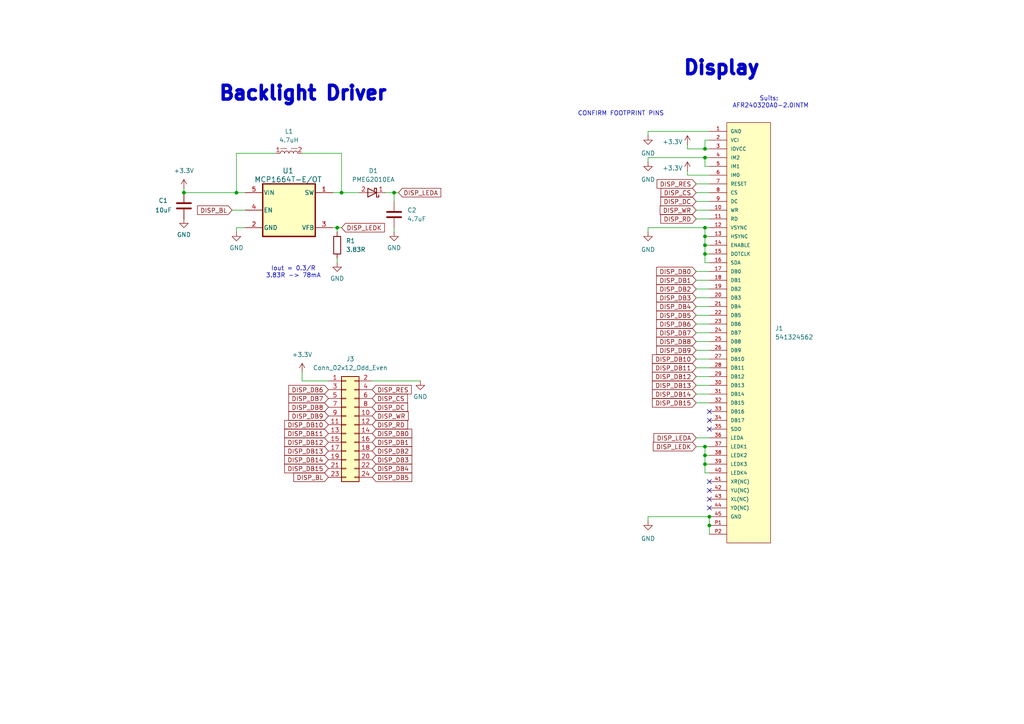
<source format=kicad_sch>
(kicad_sch (version 20231120) (generator "eeschema") (generator_version "8.0")
  (paper "A4")
  (lib_symbols
    (symbol "2025-04-08_10-28-15:MCP1664T-E_OT" (pin_names (offset 0.254))
      (property "Reference" "U" (at 20.32 10.16 0))
      (property "Value" "MCP1664T-E/OT" (at 20.32 7.62 0))
      (symbol "MCP1664T-E_OT_0_0"
        (rectangle (start 7.62 5.08) (end 22.86 -10.16) (stroke (width 0.41)) (fill (type background)))
      )
      (symbol "MCP1664T-E_OT_0_1"
        (pin power_out line (at 2.54 -7.62 0) (length 5.08) (name "GND") (number "2"))
        (pin unspecified line (at 27.94 -7.62 180) (length 5.08) (name "VFB") (number "3"))
        (pin input line (at 2.54 -2.54 0) (length 5.08) (name "EN") (number "4"))
        (pin power_in line (at 2.54 2.54 0) (length 5.08) (name "VIN") (number "5"))
      )
      (symbol "MCP1664T-E_OT_1_1"
        (pin passive line (at 27.94 2.54 180) (length 5.08) (name "SW") (number "1"))
      )
    )
    (symbol "541324562:541324562" (pin_names (offset 1.016))
      (property "Reference" "J" (at 4.1656 5.3086 0))
      (property "Value" "541324562" (at 4.8006 -59.4614 0))
      (symbol "541324562_0_0"
        (rectangle (start 5.08 2.54) (end 17.78 -119.38) (stroke (width 0.1524)) (fill (type background)))
        (pin passive line (at 0 0 0) (length 5.08) (name "GND") (number "1"))
        (pin passive line (at 0 -22.86 0) (length 5.08) (name "WR") (number "10"))
        (pin passive line (at 0 -25.4 0) (length 5.08) (name "RD") (number "11"))
        (pin passive line (at 0 -27.94 0) (length 5.08) (name "VSYNC") (number "12"))
        (pin passive line (at 0 -30.48 0) (length 5.08) (name "HSYNC") (number "13"))
        (pin passive line (at 0 -33.02 0) (length 5.08) (name "ENABLE") (number "14"))
        (pin passive line (at 0 -35.56 0) (length 5.08) (name "DOTCLK") (number "15"))
        (pin passive line (at 0 -38.1 0) (length 5.08) (name "SDA") (number "16"))
        (pin passive line (at 0 -40.64 0) (length 5.08) (name "DB0") (number "17"))
        (pin passive line (at 0 -43.18 0) (length 5.08) (name "DB1") (number "18"))
        (pin passive line (at 0 -45.72 0) (length 5.08) (name "DB2") (number "19"))
        (pin passive line (at 0 -2.54 0) (length 5.08) (name "VCI") (number "2"))
        (pin passive line (at 0 -48.26 0) (length 5.08) (name "DB3") (number "20"))
        (pin passive line (at 0 -50.8 0) (length 5.08) (name "DB4") (number "21"))
        (pin passive line (at 0 -53.34 0) (length 5.08) (name "DB5") (number "22"))
        (pin passive line (at 0 -55.88 0) (length 5.08) (name "DB6") (number "23"))
        (pin passive line (at 0 -58.42 0) (length 5.08) (name "DB7") (number "24"))
        (pin passive line (at 0 -60.96 0) (length 5.08) (name "DB8") (number "25"))
        (pin passive line (at 0 -63.5 0) (length 5.08) (name "DB9") (number "26"))
        (pin passive line (at 0 -66.04 0) (length 5.08) (name "DB10") (number "27"))
        (pin passive line (at 0 -68.58 0) (length 5.08) (name "DB11") (number "28"))
        (pin passive line (at 0 -71.12 0) (length 5.08) (name "DB12") (number "29"))
        (pin passive line (at 0 -5.08 0) (length 5.08) (name "IOVCC") (number "3"))
        (pin passive line (at 0 -73.66 0) (length 5.08) (name "DB13") (number "30"))
        (pin passive line (at 0 -76.2 0) (length 5.08) (name "DB14") (number "31"))
        (pin passive line (at 0 -78.74 0) (length 5.08) (name "DB15") (number "32"))
        (pin passive line (at 0 -81.28 0) (length 5.08) (name "DB16") (number "33"))
        (pin passive line (at 0 -83.82 0) (length 5.08) (name "DB17") (number "34"))
        (pin passive line (at 0 -86.36 0) (length 5.08) (name "SDO") (number "35"))
        (pin passive line (at 0 -88.9 0) (length 5.08) (name "LEDA") (number "36"))
        (pin passive line (at 0 -91.44 0) (length 5.08) (name "LEDK1") (number "37"))
        (pin passive line (at 0 -93.98 0) (length 5.08) (name "LEDK2") (number "38"))
        (pin passive line (at 0 -96.52 0) (length 5.08) (name "LEDK3") (number "39"))
        (pin passive line (at 0 -7.62 0) (length 5.08) (name "IM2") (number "4"))
        (pin passive line (at 0 -99.06 0) (length 5.08) (name "LEDK4") (number "40"))
        (pin passive line (at 0 -101.6 0) (length 5.08) (name "XR(NC)") (number "41"))
        (pin passive line (at 0 -104.14 0) (length 5.08) (name "YU(NC)") (number "42"))
        (pin passive line (at 0 -106.68 0) (length 5.08) (name "XL(NC)") (number "43"))
        (pin passive line (at 0 -109.22 0) (length 5.08) (name "YD(NC)") (number "44"))
        (pin passive line (at 0 -111.76 0) (length 5.08) (name "GND") (number "45"))
        (pin passive line (at 0 -10.16 0) (length 5.08) (name "IM1") (number "5"))
        (pin passive line (at 0 -12.7 0) (length 5.08) (name "IM0") (number "6"))
        (pin passive line (at 0 -15.24 0) (length 5.08) (name "RESET") (number "7"))
        (pin passive line (at 0 -17.78 0) (length 5.08) (name "CS") (number "8"))
        (pin passive line (at 0 -20.32 0) (length 5.08) (name "DC") (number "9"))
        (pin passive line (at 0 -114.3 0) (length 5.08) (name "~") (number "P1"))
        (pin passive line (at 0 -116.84 0) (length 5.08) (name "~") (number "P2"))
      )
    )
    (symbol "Capacitors:Capacitor_10uF" (pin_numbers hide) (pin_names hide)
      (property "Reference" "C" (at 4.064 0 0))
      (property "Value" "10uF" (at 0 0 0))
      (symbol "Capacitor_10uF_0_1"
        (polyline (pts (xy -2.032 -0.762) (xy 2.032 -0.762)) (stroke (width 0.508)))
        (polyline (pts (xy -2.032 0.762) (xy 2.032 0.762)) (stroke (width 0.508)))
      )
      (symbol "Capacitor_10uF_1_1"
        (pin passive line (at 0 3.81 270) (length 2.794) (name "~") (number "1"))
        (pin passive line (at 0 -3.81 90) (length 2.794) (name "~") (number "2"))
      )
    )
    (symbol "Capacitors:Capacitor_4.7uF" (pin_numbers hide) (pin_names hide)
      (property "Reference" "C" (at 4.064 0 0))
      (property "Value" "4.7uF" (at 0 0 0))
      (symbol "Capacitor_4.7uF_0_1"
        (polyline (pts (xy -2.032 -0.762) (xy 2.032 -0.762)) (stroke (width 0.508)))
        (polyline (pts (xy -2.032 0.762) (xy 2.032 0.762)) (stroke (width 0.508)))
      )
      (symbol "Capacitor_4.7uF_1_1"
        (pin passive line (at 0 3.81 270) (length 2.794) (name "~") (number "1"))
        (pin passive line (at 0 -3.81 90) (length 2.794) (name "~") (number "2"))
      )
    )
    (symbol "Connector_Generic:Conn_02x12_Odd_Even" (pin_names (offset 1.016) hide)
      (property "Reference" "J" (at 1.27 15.24 0))
      (property "Value" "Conn_02x12_Odd_Even" (at 1.27 -17.78 0))
      (symbol "Conn_02x12_Odd_Even_1_1"
        (rectangle (start -1.27 -15.113) (end 0 -15.367) (stroke (width 0.1524)))
        (rectangle (start -1.27 -12.573) (end 0 -12.827) (stroke (width 0.1524)))
        (rectangle (start -1.27 -10.033) (end 0 -10.287) (stroke (width 0.1524)))
        (rectangle (start -1.27 -7.493) (end 0 -7.747) (stroke (width 0.1524)))
        (rectangle (start -1.27 -4.953) (end 0 -5.207) (stroke (width 0.1524)))
        (rectangle (start -1.27 -2.413) (end 0 -2.667) (stroke (width 0.1524)))
        (rectangle (start -1.27 0.127) (end 0 -0.127) (stroke (width 0.1524)))
        (rectangle (start -1.27 2.667) (end 0 2.413) (stroke (width 0.1524)))
        (rectangle (start -1.27 5.207) (end 0 4.953) (stroke (width 0.1524)))
        (rectangle (start -1.27 7.747) (end 0 7.493) (stroke (width 0.1524)))
        (rectangle (start -1.27 10.287) (end 0 10.033) (stroke (width 0.1524)))
        (rectangle (start -1.27 12.827) (end 0 12.573) (stroke (width 0.1524)))
        (rectangle (start -1.27 13.97) (end 3.81 -16.51) (stroke (width 0.254)) (fill (type background)))
        (rectangle (start 3.81 -15.113) (end 2.54 -15.367) (stroke (width 0.1524)))
        (rectangle (start 3.81 -12.573) (end 2.54 -12.827) (stroke (width 0.1524)))
        (rectangle (start 3.81 -10.033) (end 2.54 -10.287) (stroke (width 0.1524)))
        (rectangle (start 3.81 -7.493) (end 2.54 -7.747) (stroke (width 0.1524)))
        (rectangle (start 3.81 -4.953) (end 2.54 -5.207) (stroke (width 0.1524)))
        (rectangle (start 3.81 -2.413) (end 2.54 -2.667) (stroke (width 0.1524)))
        (rectangle (start 3.81 0.127) (end 2.54 -0.127) (stroke (width 0.1524)))
        (rectangle (start 3.81 2.667) (end 2.54 2.413) (stroke (width 0.1524)))
        (rectangle (start 3.81 5.207) (end 2.54 4.953) (stroke (width 0.1524)))
        (rectangle (start 3.81 7.747) (end 2.54 7.493) (stroke (width 0.1524)))
        (rectangle (start 3.81 10.287) (end 2.54 10.033) (stroke (width 0.1524)))
        (rectangle (start 3.81 12.827) (end 2.54 12.573) (stroke (width 0.1524)))
        (pin passive line (at -5.08 12.7 0) (length 3.81) (name "Pin_1") (number "1"))
        (pin passive line (at 7.62 2.54 180) (length 3.81) (name "Pin_10") (number "10"))
        (pin passive line (at -5.08 0 0) (length 3.81) (name "Pin_11") (number "11"))
        (pin passive line (at 7.62 0 180) (length 3.81) (name "Pin_12") (number "12"))
        (pin passive line (at -5.08 -2.54 0) (length 3.81) (name "Pin_13") (number "13"))
        (pin passive line (at 7.62 -2.54 180) (length 3.81) (name "Pin_14") (number "14"))
        (pin passive line (at -5.08 -5.08 0) (length 3.81) (name "Pin_15") (number "15"))
        (pin passive line (at 7.62 -5.08 180) (length 3.81) (name "Pin_16") (number "16"))
        (pin passive line (at -5.08 -7.62 0) (length 3.81) (name "Pin_17") (number "17"))
        (pin passive line (at 7.62 -7.62 180) (length 3.81) (name "Pin_18") (number "18"))
        (pin passive line (at -5.08 -10.16 0) (length 3.81) (name "Pin_19") (number "19"))
        (pin passive line (at 7.62 12.7 180) (length 3.81) (name "Pin_2") (number "2"))
        (pin passive line (at 7.62 -10.16 180) (length 3.81) (name "Pin_20") (number "20"))
        (pin passive line (at -5.08 -12.7 0) (length 3.81) (name "Pin_21") (number "21"))
        (pin passive line (at 7.62 -12.7 180) (length 3.81) (name "Pin_22") (number "22"))
        (pin passive line (at -5.08 -15.24 0) (length 3.81) (name "Pin_23") (number "23"))
        (pin passive line (at 7.62 -15.24 180) (length 3.81) (name "Pin_24") (number "24"))
        (pin passive line (at -5.08 10.16 0) (length 3.81) (name "Pin_3") (number "3"))
        (pin passive line (at 7.62 10.16 180) (length 3.81) (name "Pin_4") (number "4"))
        (pin passive line (at -5.08 7.62 0) (length 3.81) (name "Pin_5") (number "5"))
        (pin passive line (at 7.62 7.62 180) (length 3.81) (name "Pin_6") (number "6"))
        (pin passive line (at -5.08 5.08 0) (length 3.81) (name "Pin_7") (number "7"))
        (pin passive line (at 7.62 5.08 180) (length 3.81) (name "Pin_8") (number "8"))
        (pin passive line (at -5.08 2.54 0) (length 3.81) (name "Pin_9") (number "9"))
      )
    )
    (symbol "Misc:PMEG2010EA" (pin_names (offset 0) hide)
      (property "Reference" "D" (at 0.254 4.064 0))
      (property "Value" "PMEG2010EA" (at 10.16 4.826 0))
      (symbol "PMEG2010EA_0_1"
        (polyline (pts (xy 1.27 0) (xy -1.27 0)))
        (polyline (pts (xy 1.27 1.27) (xy 1.27 -1.27) (xy -1.27 0) (xy 1.27 1.27)) (stroke (width 0.254)))
        (polyline (pts (xy -1.905 0.635) (xy -1.905 1.27) (xy -1.27 1.27) (xy -1.27 -1.27) (xy -0.635 -1.27) (xy -0.635 -0.635)) (stroke (width 0.254)))
      )
      (symbol "PMEG2010EA_1_1"
        (pin passive line (at -3.81 0 0) (length 2.54) (name "K") (number "1"))
        (pin passive line (at 3.81 0 180) (length 2.54) (name "A") (number "2"))
      )
    )
    (symbol "Resistors:Resistor_3.83R" (pin_numbers hide) (pin_names hide)
      (property "Reference" "R" (at 2.54 0.254 0))
      (property "Value" "3.83R" (at 0 -3.81 0))
      (symbol "Resistor_3.83R_0_1"
        (rectangle (start 1.016 2.54) (end -1.016 -2.54) (stroke (width 0.254)))
      )
      (symbol "Resistor_3.83R_1_1"
        (pin passive line (at 0 -3.81 90) (length 1.27) (name "~") (number "1"))
        (pin passive line (at 0 3.81 270) (length 1.27) (name "~") (number "2"))
      )
    )
    (symbol "WE-MAPI_3015:WE-MAPI_3015" (pin_names (offset 0) hide)
      (property "Reference" "L" (at 0 3.81 0))
      (property "Value" "4.7uH" (at 0 -2.54 0))
      (symbol "WE-MAPI_3015_0_1"
        (arc (start -1.27 0) (mid -1.905 0.6323) (end -2.54 0))
        (arc (start 0 0) (mid -0.635 0.6323) (end -1.27 0))
        (arc (start 1.27 0) (mid 0.635 0.6323) (end 0 0))
        (arc (start 2.54 0) (mid 1.905 0.6323) (end 1.27 0))
      )
      (symbol "WE-MAPI_3015_1_0"
        (polyline (pts (xy -2.413 1.397) (xy -0.635 1.397)) (stroke (width 0.127)))
        (polyline (pts (xy 0.635 1.397) (xy 2.413 1.397)) (stroke (width 0.127)))
      )
      (symbol "WE-MAPI_3015_1_1"
        (pin passive line (at -3.81 0 0) (length 1.27) (name "1") (number "1"))
        (pin passive line (at 3.81 0 180) (length 1.27) (name "2") (number "2"))
      )
    )
    (symbol "power:+3.3V" (power) (pin_numbers hide) (pin_names (offset 0) hide)
      (property "Value" "+3.3V" (at 0 3.556 0))
      (symbol "+3.3V_0_1"
        (polyline (pts (xy -0.762 1.27) (xy 0 2.54)))
        (polyline (pts (xy 0 0) (xy 0 2.54)))
        (polyline (pts (xy 0 2.54) (xy 0.762 1.27)))
      )
      (symbol "+3.3V_1_1"
        (pin power_in line (at 0 0 90) (length 0) (name "~") (number "1"))
      )
    )
    (symbol "power:GND" (power) (pin_numbers hide) (pin_names (offset 0) hide)
      (property "Value" "GND" (at 0 -3.81 0))
      (symbol "GND_0_1"
        (polyline (pts (xy 0 0) (xy 0 -1.27) (xy 1.27 -1.27) (xy 0 -2.54) (xy -1.27 -1.27) (xy 0 -1.27)))
      )
      (symbol "GND_1_1"
        (pin power_in line (at 0 0 270) (length 0) (name "~") (number "1"))
      )
    )
  )
  (junction (at 204.47 132.08))
  (junction (at 204.47 43.18))
  (junction (at 204.47 129.54))
  (junction (at 205.74 149.86))
  (junction (at 204.47 68.58))
  (junction (at 204.47 45.72))
  (junction (at 68.58 55.88))
  (junction (at 97.79 66.04))
  (junction (at 204.47 71.12))
  (junction (at 204.47 134.62))
  (junction (at 99.06 55.88))
  (junction (at 205.74 152.4))
  (junction (at 204.47 73.66))
  (junction (at 114.3 55.88))
  (junction (at 53.34 55.88))
  (junction (at 204.47 66.04))
  (no_connect (at 205.74 121.92))
  (no_connect (at 205.74 119.38))
  (no_connect (at 205.74 124.46))
  (no_connect (at 205.74 147.32))
  (no_connect (at 205.74 142.24))
  (no_connect (at 205.74 144.78))
  (no_connect (at 205.74 139.7))
  (wire (pts (xy 205.74 129.54) (xy 204.47 129.54)))
  (wire (pts (xy 201.93 78.74) (xy 205.74 78.74)))
  (wire (pts (xy 201.93 53.34) (xy 205.74 53.34)))
  (wire (pts (xy 201.93 81.28) (xy 205.74 81.28)))
  (wire (pts (xy 201.93 101.6) (xy 205.74 101.6)))
  (wire (pts (xy 201.93 63.5) (xy 205.74 63.5)))
  (wire (pts (xy 205.74 66.04) (xy 204.47 66.04)))
  (wire (pts (xy 205.74 50.8) (xy 199.39 50.8)))
  (wire (pts (xy 107.95 110.49) (xy 121.92 110.49)))
  (wire (pts (xy 97.79 66.04) (xy 99.06 66.04)))
  (wire (pts (xy 187.96 45.72) (xy 187.96 46.99)))
  (wire (pts (xy 201.93 104.14) (xy 205.74 104.14)))
  (wire (pts (xy 201.93 129.54) (xy 204.47 129.54)))
  (wire (pts (xy 204.47 66.04) (xy 204.47 68.58)))
  (wire (pts (xy 201.93 96.52) (xy 205.74 96.52)))
  (wire (pts (xy 99.06 44.45) (xy 99.06 55.88)))
  (wire (pts (xy 205.74 149.86) (xy 205.74 152.4)))
  (wire (pts (xy 201.93 86.36) (xy 205.74 86.36)))
  (wire (pts (xy 204.47 73.66) (xy 204.47 71.12)))
  (wire (pts (xy 201.93 109.22) (xy 205.74 109.22)))
  (wire (pts (xy 201.93 116.84) (xy 205.74 116.84)))
  (wire (pts (xy 205.74 68.58) (xy 204.47 68.58)))
  (wire (pts (xy 71.12 55.88) (xy 68.58 55.88)))
  (wire (pts (xy 68.58 44.45) (xy 68.58 55.88)))
  (wire (pts (xy 204.47 48.26) (xy 205.74 48.26)))
  (wire (pts (xy 205.74 137.16) (xy 204.47 137.16)))
  (wire (pts (xy 95.25 110.49) (xy 87.63 110.49)))
  (wire (pts (xy 201.93 55.88) (xy 205.74 55.88)))
  (wire (pts (xy 205.74 43.18) (xy 204.47 43.18)))
  (wire (pts (xy 114.3 67.31) (xy 114.3 66.04)))
  (wire (pts (xy 87.63 44.45) (xy 99.06 44.45)))
  (wire (pts (xy 201.93 114.3) (xy 205.74 114.3)))
  (wire (pts (xy 87.63 110.49) (xy 87.63 107.95)))
  (wire (pts (xy 187.96 66.04) (xy 187.96 67.31)))
  (wire (pts (xy 187.96 38.1) (xy 187.96 39.37)))
  (wire (pts (xy 205.74 152.4) (xy 205.74 154.94)))
  (wire (pts (xy 114.3 55.88) (xy 111.76 55.88)))
  (wire (pts (xy 67.31 60.96) (xy 71.12 60.96)))
  (wire (pts (xy 204.47 71.12) (xy 205.74 71.12)))
  (wire (pts (xy 187.96 149.86) (xy 187.96 151.13)))
  (wire (pts (xy 205.74 149.86) (xy 187.96 149.86)))
  (wire (pts (xy 204.47 134.62) (xy 204.47 132.08)))
  (wire (pts (xy 204.47 76.2) (xy 204.47 73.66)))
  (wire (pts (xy 187.96 45.72) (xy 204.47 45.72)))
  (wire (pts (xy 53.34 55.88) (xy 53.34 54.61)))
  (wire (pts (xy 96.52 66.04) (xy 97.79 66.04)))
  (wire (pts (xy 204.47 45.72) (xy 204.47 48.26)))
  (wire (pts (xy 204.47 129.54) (xy 204.47 132.08)))
  (wire (pts (xy 205.74 73.66) (xy 204.47 73.66)))
  (wire (pts (xy 68.58 55.88) (xy 53.34 55.88)))
  (wire (pts (xy 204.47 137.16) (xy 204.47 134.62)))
  (wire (pts (xy 199.39 41.91) (xy 199.39 43.18)))
  (wire (pts (xy 199.39 50.8) (xy 199.39 49.53)))
  (wire (pts (xy 201.93 58.42) (xy 205.74 58.42)))
  (wire (pts (xy 97.79 67.31) (xy 97.79 66.04)))
  (wire (pts (xy 114.3 55.88) (xy 114.3 58.42)))
  (wire (pts (xy 114.3 55.88) (xy 115.57 55.88)))
  (wire (pts (xy 205.74 38.1) (xy 187.96 38.1)))
  (wire (pts (xy 204.47 66.04) (xy 187.96 66.04)))
  (wire (pts (xy 201.93 93.98) (xy 205.74 93.98)))
  (wire (pts (xy 97.79 76.2) (xy 97.79 74.93)))
  (wire (pts (xy 204.47 40.64) (xy 204.47 43.18)))
  (wire (pts (xy 201.93 127) (xy 205.74 127)))
  (wire (pts (xy 201.93 111.76) (xy 205.74 111.76)))
  (wire (pts (xy 201.93 60.96) (xy 205.74 60.96)))
  (wire (pts (xy 68.58 67.31) (xy 68.58 66.04)))
  (wire (pts (xy 205.74 40.64) (xy 204.47 40.64)))
  (wire (pts (xy 201.93 83.82) (xy 205.74 83.82)))
  (wire (pts (xy 204.47 43.18) (xy 199.39 43.18)))
  (wire (pts (xy 99.06 55.88) (xy 104.14 55.88)))
  (wire (pts (xy 204.47 132.08) (xy 205.74 132.08)))
  (wire (pts (xy 201.93 106.68) (xy 205.74 106.68)))
  (wire (pts (xy 205.74 134.62) (xy 204.47 134.62)))
  (wire (pts (xy 96.52 55.88) (xy 99.06 55.88)))
  (wire (pts (xy 201.93 99.06) (xy 205.74 99.06)))
  (wire (pts (xy 201.93 91.44) (xy 205.74 91.44)))
  (wire (pts (xy 80.01 44.45) (xy 68.58 44.45)))
  (wire (pts (xy 68.58 66.04) (xy 71.12 66.04)))
  (wire (pts (xy 201.93 88.9) (xy 205.74 88.9)))
  (wire (pts (xy 205.74 45.72) (xy 204.47 45.72)))
  (wire (pts (xy 204.47 71.12) (xy 204.47 68.58)))
  (wire (pts (xy 205.74 76.2) (xy 204.47 76.2)))
  (text "Backlight Driver\n" (at 87.884 27.178 0) (effects (font (size 4 4) (thickness 1) (bold yes))))
  (text "CONFIRM FOOTPRINT PINS\n" (at 180.086 33.02 0) (effects (font (size 1.27 1.27))))
  (text "Display" (at 209.296 19.812 0) (effects (font (size 4 4) (thickness 1) (bold yes))))
  (text "Suits: \nAFR240320A0-2.0INTM" (at 223.52 29.718 0) (effects (font (size 1.27 1.27))))
  (text "Iout = 0.3/R\n3.83R -> 78mA" (at 85.09 78.994 0) (effects (font (size 1.27 1.27))))
  (global_label "DISP_DB11" (shape input) (at 201.93 106.68 180) (property "Intersheetrefs" "${INTERSHEET_REFS}" (effects (hide yes))))
  (global_label "DISP_LEDA" (shape input) (at 201.93 127 180) (property "Intersheetrefs" "${INTERSHEET_REFS}" (effects (hide yes))))
  (global_label "DISP_BL" (shape input) (at 95.25 138.43 180) (property "Intersheetrefs" "${INTERSHEET_REFS}" (effects (hide yes))))
  (global_label "DISP_DB12" (shape input) (at 201.93 109.22 180) (property "Intersheetrefs" "${INTERSHEET_REFS}" (effects (hide yes))))
  (global_label "DISP_DB8" (shape input) (at 95.25 118.11 180) (property "Intersheetrefs" "${INTERSHEET_REFS}" (effects (hide yes))))
  (global_label "DISP_DB2" (shape input) (at 107.95 130.81 0) (property "Intersheetrefs" "${INTERSHEET_REFS}" (effects (hide yes))))
  (global_label "DISP_CS" (shape input) (at 201.93 55.88 180) (property "Intersheetrefs" "${INTERSHEET_REFS}" (effects (hide yes))))
  (global_label "DISP_DB5" (shape input) (at 201.93 91.44 180) (property "Intersheetrefs" "${INTERSHEET_REFS}" (effects (hide yes))))
  (global_label "DISP_DB6" (shape input) (at 201.93 93.98 180) (property "Intersheetrefs" "${INTERSHEET_REFS}" (effects (hide yes))))
  (global_label "DISP_RD" (shape input) (at 107.95 123.19 0) (property "Intersheetrefs" "${INTERSHEET_REFS}" (effects (hide yes))))
  (global_label "DISP_DB10" (shape input) (at 95.25 123.19 180) (property "Intersheetrefs" "${INTERSHEET_REFS}" (effects (hide yes))))
  (global_label "DISP_DB1" (shape input) (at 201.93 81.28 180) (property "Intersheetrefs" "${INTERSHEET_REFS}" (effects (hide yes))))
  (global_label "DISP_DB15" (shape input) (at 95.25 135.89 180) (property "Intersheetrefs" "${INTERSHEET_REFS}" (effects (hide yes))))
  (global_label "DISP_DB3" (shape input) (at 201.93 86.36 180) (property "Intersheetrefs" "${INTERSHEET_REFS}" (effects (hide yes))))
  (global_label "DISP_RES" (shape input) (at 107.95 113.03 0) (property "Intersheetrefs" "${INTERSHEET_REFS}" (effects (hide yes))))
  (global_label "DISP_DB9" (shape input) (at 95.25 120.65 180) (property "Intersheetrefs" "${INTERSHEET_REFS}" (effects (hide yes))))
  (global_label "DISP_DB14" (shape input) (at 201.93 114.3 180) (property "Intersheetrefs" "${INTERSHEET_REFS}" (effects (hide yes))))
  (global_label "DISP_DB4" (shape input) (at 107.95 135.89 0) (property "Intersheetrefs" "${INTERSHEET_REFS}" (effects (hide yes))))
  (global_label "DISP_DB10" (shape input) (at 201.93 104.14 180) (property "Intersheetrefs" "${INTERSHEET_REFS}" (effects (hide yes))))
  (global_label "DISP_DB9" (shape input) (at 201.93 101.6 180) (property "Intersheetrefs" "${INTERSHEET_REFS}" (effects (hide yes))))
  (global_label "DISP_DB5" (shape input) (at 107.95 138.43 0) (property "Intersheetrefs" "${INTERSHEET_REFS}" (effects (hide yes))))
  (global_label "DISP_WR" (shape input) (at 201.93 60.96 180) (property "Intersheetrefs" "${INTERSHEET_REFS}" (effects (hide yes))))
  (global_label "DISP_DB11" (shape input) (at 95.25 125.73 180) (property "Intersheetrefs" "${INTERSHEET_REFS}" (effects (hide yes))))
  (global_label "DISP_DB3" (shape input) (at 107.95 133.35 0) (property "Intersheetrefs" "${INTERSHEET_REFS}" (effects (hide yes))))
  (global_label "DISP_DB13" (shape input) (at 95.25 130.81 180) (property "Intersheetrefs" "${INTERSHEET_REFS}" (effects (hide yes))))
  (global_label "DISP_DB2" (shape input) (at 201.93 83.82 180) (property "Intersheetrefs" "${INTERSHEET_REFS}" (effects (hide yes))))
  (global_label "DISP_LEDK" (shape input) (at 99.06 66.04 0) (property "Intersheetrefs" "${INTERSHEET_REFS}" (effects (hide yes))))
  (global_label "DISP_DC" (shape input) (at 107.95 118.11 0) (property "Intersheetrefs" "${INTERSHEET_REFS}" (effects (hide yes))))
  (global_label "DISP_DB6" (shape input) (at 95.25 113.03 180) (property "Intersheetrefs" "${INTERSHEET_REFS}" (effects (hide yes))))
  (global_label "DISP_DB14" (shape input) (at 95.25 133.35 180) (property "Intersheetrefs" "${INTERSHEET_REFS}" (effects (hide yes))))
  (global_label "DISP_BL" (shape input) (at 67.31 60.96 180) (property "Intersheetrefs" "${INTERSHEET_REFS}" (effects (hide yes))))
  (global_label "DISP_RES" (shape input) (at 201.93 53.34 180) (property "Intersheetrefs" "${INTERSHEET_REFS}" (effects (hide yes))))
  (global_label "DISP_DB8" (shape input) (at 201.93 99.06 180) (property "Intersheetrefs" "${INTERSHEET_REFS}" (effects (hide yes))))
  (global_label "DISP_DB12" (shape input) (at 95.25 128.27 180) (property "Intersheetrefs" "${INTERSHEET_REFS}" (effects (hide yes))))
  (global_label "DISP_DB0" (shape input) (at 107.95 125.73 0) (property "Intersheetrefs" "${INTERSHEET_REFS}" (effects (hide yes))))
  (global_label "DISP_WR" (shape input) (at 107.95 120.65 0) (property "Intersheetrefs" "${INTERSHEET_REFS}" (effects (hide yes))))
  (global_label "DISP_DB13" (shape input) (at 201.93 111.76 180) (property "Intersheetrefs" "${INTERSHEET_REFS}" (effects (hide yes))))
  (global_label "DISP_DC" (shape input) (at 201.93 58.42 180) (property "Intersheetrefs" "${INTERSHEET_REFS}" (effects (hide yes))))
  (global_label "DISP_DB7" (shape input) (at 201.93 96.52 180) (property "Intersheetrefs" "${INTERSHEET_REFS}" (effects (hide yes))))
  (global_label "DISP_DB1" (shape input) (at 107.95 128.27 0) (property "Intersheetrefs" "${INTERSHEET_REFS}" (effects (hide yes))))
  (global_label "DISP_LEDK" (shape input) (at 201.93 129.54 180) (property "Intersheetrefs" "${INTERSHEET_REFS}" (effects (hide yes))))
  (global_label "DISP_LEDA" (shape input) (at 115.57 55.88 0) (property "Intersheetrefs" "${INTERSHEET_REFS}" (effects (hide yes))))
  (global_label "DISP_RD" (shape input) (at 201.93 63.5 180) (property "Intersheetrefs" "${INTERSHEET_REFS}" (effects (hide yes))))
  (global_label "DISP_DB0" (shape input) (at 201.93 78.74 180) (property "Intersheetrefs" "${INTERSHEET_REFS}" (effects (hide yes))))
  (global_label "DISP_CS" (shape input) (at 107.95 115.57 0) (property "Intersheetrefs" "${INTERSHEET_REFS}" (effects (hide yes))))
  (global_label "DISP_DB7" (shape input) (at 95.25 115.57 180) (property "Intersheetrefs" "${INTERSHEET_REFS}" (effects (hide yes))))
  (global_label "DISP_DB15" (shape input) (at 201.93 116.84 180) (property "Intersheetrefs" "${INTERSHEET_REFS}" (effects (hide yes))))
  (global_label "DISP_DB4" (shape input) (at 201.93 88.9 180) (property "Intersheetrefs" "${INTERSHEET_REFS}" (effects (hide yes))))
  (symbol (lib_id "power:GND") (at 114.3 67.31 0) (unit 1)
    (property "Reference" "#PWR011" (effects (hide yes)))
    (property "Value" "GND" (at 114.3 71.882 0))
    (property "Description" "Power symbol creates a global label with name \"GND\" , ground" (effects (hide yes)))
  )
  (symbol (lib_id "2025-04-08_10-28-15:MCP1664T-E_OT") (at 68.58 58.42 0) (unit 1)
    (property "Reference" "U1" (at 83.566 49.53 0) (effects (font (size 1.524 1.524))))
    (property "Value" "MCP1664T-E/OT" (at 83.566 52.07 0) (effects (font (size 1.524 1.524))))
    (property "Footprint" "MCP1664T_E_OT:SOT-23-5_OT_MCH" (effects (hide yes)))
    (property "Datasheet" "MCP1664T-E/OT" (effects (hide yes)))
  )
  (symbol (lib_id "Capacitors:Capacitor_10uF") (at 53.34 59.69 0) (unit 1)
    (property "Reference" "C1" (at 45.974 58.166 0) (effects (justify left)))
    (property "Value" "10uF" (at 44.958 60.96 0) (effects (justify left)))
    (property "Footprint" "Capacitor_SMD:C_0603_1608Metric" (effects (hide yes)))
    (property "Description" "CAP CER 10UF 6.3V X5R 0603" (effects (hide yes)))
  )
  (symbol (lib_id "Connector_Generic:Conn_02x12_Odd_Even") (at 100.33 123.19 0) (unit 1)
    (property "Reference" "J3" (at 101.6 104.14 0))
    (property "Value" "Conn_02x12_Odd_Even" (at 101.6 106.68 0))
    (property "Footprint" "Connector_PinSocket_2.54mm:PinSocket_2x12_P2.54mm_Vertical" (effects (hide yes)))
    (property "Description" "Generic connector, double row, 02x12, odd/even pin numbering scheme (row 1 odd numbers, row 2 even numbers), script generated (kicad-library-utils/schlib/autogen/connector/)" (effects (hide yes)))
  )
  (symbol (lib_id "power:+3.3V") (at 87.63 107.95 0) (unit 1)
    (property "Reference" "#PWR012" (effects (hide yes)))
    (property "Value" "+3.3V" (at 87.63 102.87 0))
    (property "Description" "Power symbol creates a global label with name \"+3.3V\"" (effects (hide yes)))
  )
  (symbol (lib_id "power:GND") (at 121.92 110.49 0) (unit 1)
    (property "Reference" "#PWR013" (effects (hide yes)))
    (property "Value" "GND" (at 121.92 115.062 0))
    (property "Description" "Power symbol creates a global label with name \"GND\" , ground" (effects (hide yes)))
  )
  (symbol (lib_id "Misc:PMEG2010EA") (at 107.95 55.88 180) (unit 1)
    (property "Reference" "D1" (at 108.2675 49.53 0))
    (property "Value" "PMEG2010EA" (at 108.2675 52.07 0))
    (property "Footprint" "Diode_SMD:D_SOD-323" (effects (hide yes)))
    (property "Description" "DIODE SCHOTTKY 20V 1A SOD323" (effects (hide yes)))
  )
  (symbol (lib_id "power:GND") (at 53.34 63.5 0) (unit 1)
    (property "Reference" "#PWR02" (effects (hide yes)))
    (property "Value" "GND" (at 53.34 68.072 0))
    (property "Description" "Power symbol creates a global label with name \"GND\" , ground" (effects (hide yes)))
  )
  (symbol (lib_id "power:GND") (at 68.58 67.31 0) (unit 1)
    (property "Reference" "#PWR03" (effects (hide yes)))
    (property "Value" "GND" (at 68.58 71.882 0))
    (property "Description" "Power symbol creates a global label with name \"GND\" , ground" (effects (hide yes)))
  )
  (symbol (lib_id "power:GND") (at 187.96 39.37 0) (unit 1)
    (property "Reference" "#PWR04" (effects (hide yes)))
    (property "Value" "GND" (at 187.96 44.45 0))
    (property "Description" "Power symbol creates a global label with name \"GND\" , ground" (effects (hide yes)))
  )
  (symbol (lib_id "power:GND") (at 187.96 67.31 0) (unit 1)
    (property "Reference" "#PWR06" (effects (hide yes)))
    (property "Value" "GND" (at 187.96 72.39 0))
    (property "Description" "Power symbol creates a global label with name \"GND\" , ground" (effects (hide yes)))
  )
  (symbol (lib_id "WE-MAPI_3015:WE-MAPI_3015") (at 83.82 44.45 0) (unit 1)
    (property "Reference" "L1" (at 83.82 38.1 0))
    (property "Value" "4.7uH" (at 83.82 40.64 0))
    (property "Footprint" "WE-MAPI_3015:WE-MAPI_3015" (effects (hide yes)))
    (property "DigiKey_Part_Number" "732-4866-2-ND" (effects (hide yes)))
    (property "SnapEDA_Link" "https://www.snapeda.com/parts/74438335047/W%25C3%25BCrth+Elektronik+Midcom/view-part/?ref=snap" (effects (hide yes)))
    (property "Description_1" "\n                        \n                            Inductor SMD WE-MAPI Metal Alloy | Wurth Electronics 74438335047\n                        \n" (effects (hide yes)))
    (property "MF" "Würth Elektronik" (effects (hide yes)))
    (property "Package" "1212 Würth Elektronik" (effects (hide yes)))
    (property "Check_prices" "https://www.snapeda.com/parts/74438335047/W%25C3%25BCrth+Elektronik+Midcom/view-part/?ref=eda" (effects (hide yes)))
    (property "MP" "74438335047" (effects (hide yes)))
  )
  (symbol (lib_id "power:GND") (at 187.96 151.13 0) (unit 1)
    (property "Reference" "#PWR07" (effects (hide yes)))
    (property "Value" "GND" (at 187.96 156.21 0))
    (property "Description" "Power symbol creates a global label with name \"GND\" , ground" (effects (hide yes)))
  )
  (symbol (lib_id "power:GND") (at 97.79 76.2 0) (unit 1)
    (property "Reference" "#PWR010" (effects (hide yes)))
    (property "Value" "GND" (at 97.79 80.772 0))
    (property "Description" "Power symbol creates a global label with name \"GND\" , ground" (effects (hide yes)))
  )
  (symbol (lib_id "541324562:541324562") (at 205.74 38.1 0) (unit 1)
    (property "Reference" "J1" (at 224.79 95.2499 0) (effects (justify left)))
    (property "Value" "541324562" (at 224.79 97.7899 0) (effects (justify left)))
    (property "Footprint" "541324562:CON_541324562_MOL" (effects (hide yes)))
    (property "DigiKey_Part_Number" "WM8850TR-ND" (effects (hide yes)))
    (property "SnapEDA_Link" "https://www.snapeda.com/parts/0541324562/Molex/view-part/?ref=snap" (effects (hide yes)))
    (property "Description_1" "\n                        \n                            0.50mm Pitch Easy-On™ Type FFC/FPC Connector, Right Angle, Surface Mount, ZIF, Bottom Contact Style, 45 Circuits, 0.1µm Gold (Au) Contact Plating\n                        \n" (effects (hide yes)))
    (property "Package" "None" (effects (hide yes)))
    (property "Check_prices" "https://www.snapeda.com/parts/0541324562/Molex/view-part/?ref=eda" (effects (hide yes)))
    (property "MF" "Molex" (effects (hide yes)))
    (property "MP" "0541324562" (effects (hide yes)))
    (property "MFR_NAME" "Molex Connector Corporation" (effects (hide yes)))
    (property "MANUFACTURER_PART_NUMBER" "541324562" (effects (hide yes)))
  )
  (symbol (lib_id "power:+3.3V") (at 199.39 49.53 0) (unit 1)
    (property "Reference" "#PWR09" (effects (hide yes)))
    (property "Value" "+3.3V" (at 195.072 48.768 0))
    (property "Description" "Power symbol creates a global label with name \"+3.3V\"" (effects (hide yes)))
  )
  (symbol (lib_id "power:+3.3V") (at 53.34 54.61 0) (unit 1)
    (property "Reference" "#PWR01" (effects (hide yes)))
    (property "Value" "+3.3V" (at 53.34 49.53 0))
    (property "Description" "Power symbol creates a global label with name \"+3.3V\"" (effects (hide yes)))
  )
  (symbol (lib_id "power:GND") (at 187.96 46.99 0) (unit 1)
    (property "Reference" "#PWR05" (effects (hide yes)))
    (property "Value" "GND" (at 187.96 52.07 0))
    (property "Description" "Power symbol creates a global label with name \"GND\" , ground" (effects (hide yes)))
  )
  (symbol (lib_id "Resistors:Resistor_3.83R") (at 97.79 71.12 0) (unit 1)
    (property "Reference" "R1" (at 100.33 69.8499 0) (effects (justify left)))
    (property "Value" "3.83R" (at 100.33 72.3899 0) (effects (justify left)))
    (property "Footprint" "Resistor_SMD:R_0603_1608Metric" (effects (hide yes)))
    (property "Description" "RES SMD 3.83 OHM 1% 1/10W 0603" (effects (hide yes)))
  )
  (symbol (lib_id "power:+3.3V") (at 199.39 41.91 0) (unit 1)
    (property "Reference" "#PWR08" (effects (hide yes)))
    (property "Value" "+3.3V" (at 195.072 41.148 0))
    (property "Description" "Power symbol creates a global label with name \"+3.3V\"" (effects (hide yes)))
  )
  (symbol (lib_id "Capacitors:Capacitor_4.7uF") (at 114.3 62.23 0) (unit 1)
    (property "Reference" "C2" (at 118.11 60.9599 0) (effects (justify left)))
    (property "Value" "4.7uF" (at 118.11 63.4999 0) (effects (justify left)))
    (property "Footprint" "Capacitor_SMD:C_0402_1005Metric" (effects (hide yes)))
    (property "Description" "4.7 µF ±10% 6.3V Ceramic Capacitor X5R 0402 (1005 Metric)" (effects (hide yes)))
  )
)
</source>
